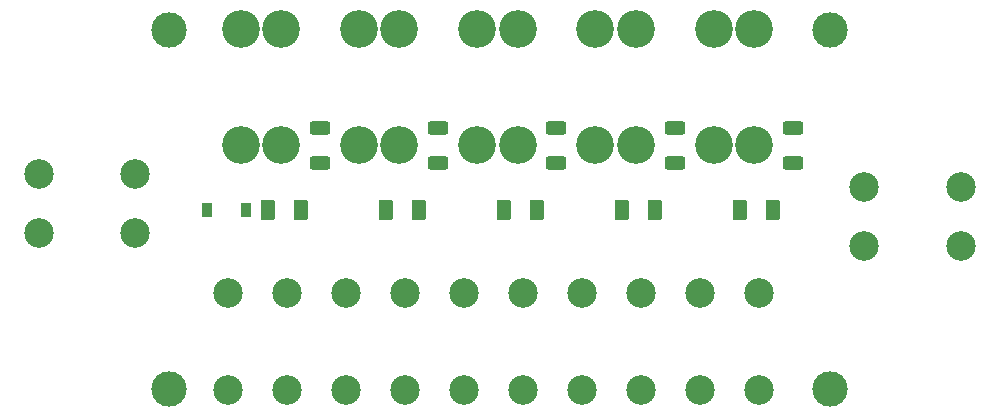
<source format=gbr>
%TF.GenerationSoftware,KiCad,Pcbnew,9.0.4-9.0.4-0~ubuntu24.04.1*%
%TF.CreationDate,2025-09-19T23:05:11-07:00*%
%TF.ProjectId,mini-pdb,6d696e69-2d70-4646-922e-6b696361645f,2*%
%TF.SameCoordinates,Original*%
%TF.FileFunction,Soldermask,Top*%
%TF.FilePolarity,Negative*%
%FSLAX46Y46*%
G04 Gerber Fmt 4.6, Leading zero omitted, Abs format (unit mm)*
G04 Created by KiCad (PCBNEW 9.0.4-9.0.4-0~ubuntu24.04.1) date 2025-09-19 23:05:11*
%MOMM*%
%LPD*%
G01*
G04 APERTURE LIST*
G04 Aperture macros list*
%AMRoundRect*
0 Rectangle with rounded corners*
0 $1 Rounding radius*
0 $2 $3 $4 $5 $6 $7 $8 $9 X,Y pos of 4 corners*
0 Add a 4 corners polygon primitive as box body*
4,1,4,$2,$3,$4,$5,$6,$7,$8,$9,$2,$3,0*
0 Add four circle primitives for the rounded corners*
1,1,$1+$1,$2,$3*
1,1,$1+$1,$4,$5*
1,1,$1+$1,$6,$7*
1,1,$1+$1,$8,$9*
0 Add four rect primitives between the rounded corners*
20,1,$1+$1,$2,$3,$4,$5,0*
20,1,$1+$1,$4,$5,$6,$7,0*
20,1,$1+$1,$6,$7,$8,$9,0*
20,1,$1+$1,$8,$9,$2,$3,0*%
G04 Aperture macros list end*
%ADD10C,3.204000*%
%ADD11RoundRect,0.250000X-0.375000X-0.625000X0.375000X-0.625000X0.375000X0.625000X-0.375000X0.625000X0*%
%ADD12RoundRect,0.250000X0.625000X-0.312500X0.625000X0.312500X-0.625000X0.312500X-0.625000X-0.312500X0*%
%ADD13C,2.500000*%
%ADD14C,3.000000*%
%ADD15RoundRect,0.227500X-0.227500X-0.382500X0.227500X-0.382500X0.227500X0.382500X-0.227500X0.382500X0*%
G04 APERTURE END LIST*
D10*
%TO.C,F5*%
X227327120Y-110767700D03*
X223927120Y-110767700D03*
X227327120Y-120667700D03*
X223927120Y-120667700D03*
%TD*%
%TO.C,F3*%
X207327160Y-110767700D03*
X203927160Y-110767700D03*
X207327160Y-120667700D03*
X203927160Y-120667700D03*
%TD*%
%TO.C,F4*%
X217327140Y-110767700D03*
X213927140Y-110767700D03*
X217327140Y-120667700D03*
X213927140Y-120667700D03*
%TD*%
D11*
%TO.C,D2*%
X196177200Y-126105200D03*
X198977200Y-126105200D03*
%TD*%
D12*
%TO.C,R5*%
X230627110Y-122130200D03*
X230627110Y-119205200D03*
%TD*%
D13*
%TO.C,J2*%
X236677201Y-129155200D03*
X244877200Y-129155200D03*
X236677201Y-124155198D03*
X244877200Y-124155198D03*
%TD*%
D14*
%TO.C,H4*%
X233802200Y-141317700D03*
%TD*%
D12*
%TO.C,R1*%
X190627190Y-122130200D03*
X190627190Y-119205200D03*
%TD*%
D14*
%TO.C,H1*%
X177852200Y-110892700D03*
%TD*%
%TO.C,H2*%
X233802200Y-110892700D03*
%TD*%
D11*
%TO.C,D3*%
X206177200Y-126105200D03*
X208977200Y-126105200D03*
%TD*%
D15*
%TO.C,D6*%
X181052200Y-126105200D03*
X184322200Y-126105200D03*
%TD*%
D13*
%TO.C,J1*%
X174977199Y-123055200D03*
X166777200Y-123055200D03*
X174977199Y-128055202D03*
X166777200Y-128055202D03*
%TD*%
D10*
%TO.C,F2*%
X197327180Y-110767700D03*
X193927180Y-110767700D03*
X197327180Y-120667700D03*
X193927180Y-120667700D03*
%TD*%
%TO.C,F1*%
X187327200Y-110767700D03*
X183927200Y-110767700D03*
X187327200Y-120667700D03*
X183927200Y-120667700D03*
%TD*%
D12*
%TO.C,R3*%
X210627150Y-122130200D03*
X210627150Y-119205200D03*
%TD*%
D11*
%TO.C,D4*%
X216177200Y-126105200D03*
X218977200Y-126105200D03*
%TD*%
%TO.C,D1*%
X186177200Y-126105200D03*
X188977200Y-126105200D03*
%TD*%
D12*
%TO.C,R4*%
X220627130Y-122130200D03*
X220627130Y-119205200D03*
%TD*%
D14*
%TO.C,H3*%
X177852200Y-141317700D03*
%TD*%
D11*
%TO.C,D5*%
X226177200Y-126105200D03*
X228977200Y-126105200D03*
%TD*%
D13*
%TO.C,J3*%
X182788536Y-133142700D03*
X182788536Y-141342699D03*
X187788538Y-133142700D03*
X187788538Y-141342699D03*
X192788539Y-133142700D03*
X192788539Y-141342699D03*
X197788539Y-133142700D03*
X197788539Y-141342699D03*
X202788539Y-133142700D03*
X202788539Y-141342699D03*
X207788539Y-133142700D03*
X207788539Y-141342699D03*
X212788539Y-133142700D03*
X212788539Y-141342699D03*
X217788539Y-133142700D03*
X217788539Y-141342699D03*
X222788539Y-133142700D03*
X222788539Y-141342699D03*
X227788540Y-133142700D03*
X227788540Y-141342699D03*
%TD*%
D12*
%TO.C,R2*%
X200627170Y-122130200D03*
X200627170Y-119205200D03*
%TD*%
M02*

</source>
